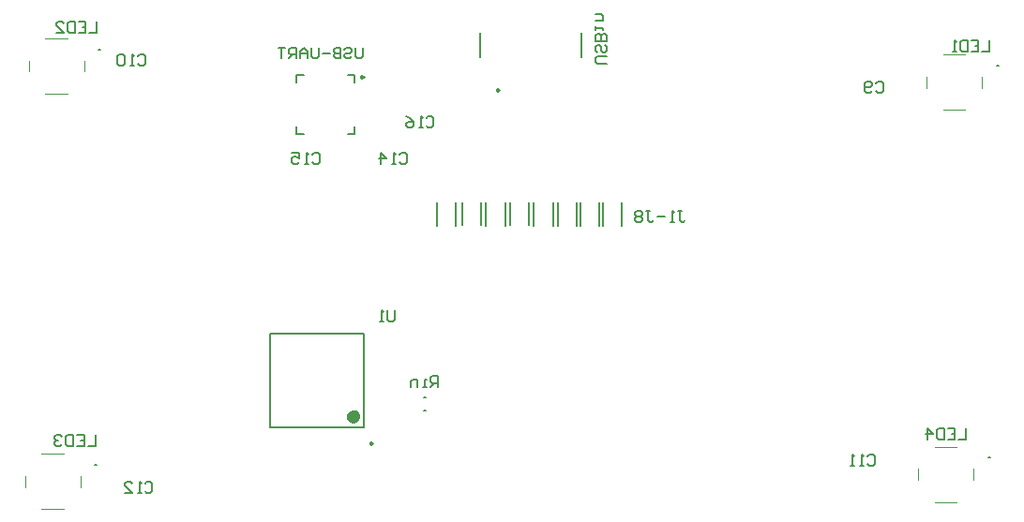
<source format=gbo>
G04*
G04 #@! TF.GenerationSoftware,Altium Limited,Altium Designer,21.2.2 (38)*
G04*
G04 Layer_Color=32896*
%FSLAX25Y25*%
%MOIN*%
G70*
G04*
G04 #@! TF.SameCoordinates,98E345A6-E5E3-4E7C-82CD-A9440516B19A*
G04*
G04*
G04 #@! TF.FilePolarity,Positive*
G04*
G01*
G75*
%ADD11C,0.00984*%
%ADD12C,0.00787*%
%ADD13C,0.00394*%
%ADD14C,0.00709*%
%ADD66C,0.02362*%
D11*
X244587Y170500D02*
X243848Y170926D01*
Y170074D01*
X244587Y170500D01*
X241484Y300842D02*
X240746Y301269D01*
Y300416D01*
X241484Y300842D01*
X289602Y296169D02*
X288864Y296596D01*
Y295743D01*
X289602Y296169D01*
D12*
X146748Y162906D02*
X145961D01*
X146748D01*
X464248Y165405D02*
X463461D01*
X464248D01*
X147315Y310606D02*
X148102D01*
X147315D01*
X466461Y304906D02*
X467248D01*
X466461D01*
X208268Y176209D02*
X241732D01*
X208268Y209673D02*
X241732D01*
Y176209D02*
Y209673D01*
X208268Y176209D02*
Y209673D01*
X262858Y186764D02*
X263646D01*
X262858Y182236D02*
X263646D01*
X238433Y298874D02*
Y301433D01*
X235874D02*
X238433D01*
X217567D02*
X220126D01*
X217567Y298874D02*
Y301433D01*
Y280567D02*
Y283126D01*
Y280567D02*
X220126D01*
X238433D02*
Y283126D01*
X235874Y280567D02*
X238433D01*
X283008Y308020D02*
Y316681D01*
X318992Y308020D02*
Y316681D01*
X267555Y247948D02*
Y256052D01*
X274445Y247948D02*
Y256052D01*
X276555Y248094D02*
Y256197D01*
X283445Y248094D02*
Y256197D01*
X285055Y247948D02*
Y256052D01*
X291945Y247948D02*
Y256052D01*
X293555Y248094D02*
Y256197D01*
X300445Y248094D02*
Y256197D01*
X302055Y247948D02*
Y256052D01*
X308945Y247948D02*
Y256052D01*
X310555Y247948D02*
Y256052D01*
X317445Y247948D02*
Y256052D01*
X318555Y247948D02*
Y256052D01*
X325445Y247948D02*
Y256052D01*
X326555Y247948D02*
Y256052D01*
X333445Y247948D02*
Y256052D01*
D13*
X121158Y155032D02*
Y158968D01*
X140842Y155032D02*
Y158968D01*
X127063Y147158D02*
X134937D01*
X127063Y166842D02*
X134937D01*
X438658Y157531D02*
Y161469D01*
X458343Y157531D02*
Y161469D01*
X444563Y149657D02*
X452437D01*
X444563Y169343D02*
X452437D01*
X128417Y314543D02*
X136291D01*
X128417Y294858D02*
X136291D01*
X142197Y302732D02*
Y306669D01*
X122512Y302732D02*
Y306669D01*
X447563Y308842D02*
X455437D01*
X447563Y289158D02*
X455437D01*
X461342Y297031D02*
Y300969D01*
X441657Y297031D02*
Y300969D01*
D14*
X353168Y253144D02*
X354479D01*
X353823D01*
Y249865D01*
X354479Y249209D01*
X355135D01*
X355791Y249865D01*
X351856Y249209D02*
X350544D01*
X351200D01*
Y253144D01*
X351856Y252488D01*
X348576Y251177D02*
X345952D01*
X342016Y253144D02*
X343328D01*
X342672D01*
Y249865D01*
X343328Y249209D01*
X343984D01*
X344640Y249865D01*
X340704Y252488D02*
X340048Y253144D01*
X338737D01*
X338081Y252488D01*
Y251833D01*
X338737Y251177D01*
X338081Y250521D01*
Y249865D01*
X338737Y249209D01*
X340048D01*
X340704Y249865D01*
Y250521D01*
X340048Y251177D01*
X340704Y251833D01*
Y252488D01*
X340048Y251177D02*
X338737D01*
X327968Y305645D02*
X324688D01*
X324032Y306300D01*
Y307612D01*
X324688Y308268D01*
X327968D01*
X327312Y312204D02*
X327968Y311548D01*
Y310236D01*
X327312Y309580D01*
X326656D01*
X326000Y310236D01*
Y311548D01*
X325344Y312204D01*
X324688D01*
X324032Y311548D01*
Y310236D01*
X324688Y309580D01*
X327968Y313516D02*
X324032D01*
Y315484D01*
X324688Y316140D01*
X325344D01*
X326000Y315484D01*
Y313516D01*
Y315484D01*
X326656Y316140D01*
X327312D01*
X327968Y315484D01*
Y313516D01*
X324032Y317452D02*
Y318764D01*
Y318108D01*
X326656D01*
Y317452D01*
X324032Y320732D02*
X326656D01*
Y322699D01*
X326000Y323355D01*
X324032D01*
X241300Y311336D02*
Y308056D01*
X240644Y307400D01*
X239332D01*
X238676Y308056D01*
Y311336D01*
X234740Y310680D02*
X235396Y311336D01*
X236708D01*
X237364Y310680D01*
Y310024D01*
X236708Y309368D01*
X235396D01*
X234740Y308712D01*
Y308056D01*
X235396Y307400D01*
X236708D01*
X237364Y308056D01*
X233429Y311336D02*
Y307400D01*
X231461D01*
X230805Y308056D01*
Y308712D01*
X231461Y309368D01*
X233429D01*
X231461D01*
X230805Y310024D01*
Y310680D01*
X231461Y311336D01*
X233429D01*
X229493Y309368D02*
X226869D01*
X225557Y311336D02*
Y308056D01*
X224901Y307400D01*
X223589D01*
X222933Y308056D01*
Y311336D01*
X221621Y307400D02*
Y310024D01*
X220309Y311336D01*
X218998Y310024D01*
Y307400D01*
Y309368D01*
X221621D01*
X217686Y307400D02*
Y311336D01*
X215718D01*
X215062Y310680D01*
Y309368D01*
X215718Y308712D01*
X217686D01*
X216374D02*
X215062Y307400D01*
X213750Y311336D02*
X211126D01*
X212438D01*
Y307400D01*
X252624Y217968D02*
Y214688D01*
X251968Y214032D01*
X250656D01*
X250000Y214688D01*
Y217968D01*
X248688Y214032D02*
X247376D01*
X248032D01*
Y217968D01*
X248688Y217312D01*
X268000Y190700D02*
Y194636D01*
X266032D01*
X265376Y193980D01*
Y192668D01*
X266032Y192012D01*
X268000D01*
X266688D02*
X265376Y190700D01*
X264064D02*
X262752D01*
X263408D01*
Y193324D01*
X264064D01*
X260785Y190700D02*
Y193324D01*
X258817D01*
X258161Y192668D01*
Y190700D01*
X455716Y175968D02*
Y172032D01*
X453092D01*
X449156Y175968D02*
X451780D01*
Y172032D01*
X449156D01*
X451780Y174000D02*
X450468D01*
X447844Y175968D02*
Y172032D01*
X445876D01*
X445220Y172688D01*
Y175312D01*
X445876Y175968D01*
X447844D01*
X441940Y172032D02*
Y175968D01*
X443908Y174000D01*
X441285D01*
X146215Y173468D02*
Y169532D01*
X143592D01*
X139656Y173468D02*
X142280D01*
Y169532D01*
X139656D01*
X142280Y171500D02*
X140968D01*
X138344Y173468D02*
Y169532D01*
X136376D01*
X135720Y170188D01*
Y172812D01*
X136376Y173468D01*
X138344D01*
X134408Y172812D02*
X133752Y173468D01*
X132440D01*
X131784Y172812D01*
Y172156D01*
X132440Y171500D01*
X133096D01*
X132440D01*
X131784Y170844D01*
Y170188D01*
X132440Y169532D01*
X133752D01*
X134408Y170188D01*
X146715Y320468D02*
Y316532D01*
X144092D01*
X140156Y320468D02*
X142780D01*
Y316532D01*
X140156D01*
X142780Y318500D02*
X141468D01*
X138844Y320468D02*
Y316532D01*
X136876D01*
X136220Y317188D01*
Y319812D01*
X136876Y320468D01*
X138844D01*
X132284Y316532D02*
X134908D01*
X132284Y319156D01*
Y319812D01*
X132940Y320468D01*
X134252D01*
X134908Y319812D01*
X464060Y313968D02*
Y310032D01*
X461436D01*
X457500Y313968D02*
X460124D01*
Y310032D01*
X457500D01*
X460124Y312000D02*
X458812D01*
X456188Y313968D02*
Y310032D01*
X454220D01*
X453564Y310688D01*
Y313312D01*
X454220Y313968D01*
X456188D01*
X452252Y310032D02*
X450940D01*
X451596D01*
Y313968D01*
X452252Y313312D01*
X263796Y286312D02*
X264452Y286968D01*
X265764D01*
X266420Y286312D01*
Y283688D01*
X265764Y283032D01*
X264452D01*
X263796Y283688D01*
X262484Y283032D02*
X261172D01*
X261828D01*
Y286968D01*
X262484Y286312D01*
X256580Y286968D02*
X257892Y286312D01*
X259204Y285000D01*
Y283688D01*
X258548Y283032D01*
X257236D01*
X256580Y283688D01*
Y284344D01*
X257236Y285000D01*
X259204D01*
X223296Y273056D02*
X223952Y273712D01*
X225264D01*
X225920Y273056D01*
Y270432D01*
X225264Y269776D01*
X223952D01*
X223296Y270432D01*
X221984Y269776D02*
X220672D01*
X221328D01*
Y273712D01*
X221984Y273056D01*
X216080Y273712D02*
X218704D01*
Y271744D01*
X217392Y272400D01*
X216736D01*
X216080Y271744D01*
Y270432D01*
X216736Y269776D01*
X218048D01*
X218704Y270432D01*
X254296Y273312D02*
X254952Y273968D01*
X256264D01*
X256920Y273312D01*
Y270688D01*
X256264Y270032D01*
X254952D01*
X254296Y270688D01*
X252984Y270032D02*
X251672D01*
X252328D01*
Y273968D01*
X252984Y273312D01*
X247736Y270032D02*
Y273968D01*
X249704Y272000D01*
X247080D01*
X163796Y156056D02*
X164452Y156712D01*
X165764D01*
X166420Y156056D01*
Y153432D01*
X165764Y152776D01*
X164452D01*
X163796Y153432D01*
X162484Y152776D02*
X161172D01*
X161828D01*
Y156712D01*
X162484Y156056D01*
X156580Y152776D02*
X159204D01*
X156580Y155400D01*
Y156056D01*
X157236Y156712D01*
X158548D01*
X159204Y156056D01*
X420640Y165812D02*
X421296Y166468D01*
X422608D01*
X423264Y165812D01*
Y163188D01*
X422608Y162532D01*
X421296D01*
X420640Y163188D01*
X419328Y162532D02*
X418016D01*
X418672D01*
Y166468D01*
X419328Y165812D01*
X416048Y162532D02*
X414736D01*
X415392D01*
Y166468D01*
X416048Y165812D01*
X161296Y308312D02*
X161952Y308968D01*
X163264D01*
X163920Y308312D01*
Y305688D01*
X163264Y305032D01*
X161952D01*
X161296Y305688D01*
X159984Y305032D02*
X158672D01*
X159328D01*
Y308968D01*
X159984Y308312D01*
X156704D02*
X156048Y308968D01*
X154736D01*
X154080Y308312D01*
Y305688D01*
X154736Y305032D01*
X156048D01*
X156704Y305688D01*
Y308312D01*
X423656Y298556D02*
X424312Y299212D01*
X425624D01*
X426280Y298556D01*
Y295932D01*
X425624Y295276D01*
X424312D01*
X423656Y295932D01*
X422344D02*
X421688Y295276D01*
X420376D01*
X419720Y295932D01*
Y298556D01*
X420376Y299212D01*
X421688D01*
X422344Y298556D01*
Y297900D01*
X421688Y297244D01*
X419720D01*
D66*
X238976Y180146D02*
X238532Y181069D01*
X237532Y181297D01*
X236731Y180658D01*
Y179633D01*
X237532Y178994D01*
X238532Y179222D01*
X238976Y180146D01*
M02*

</source>
